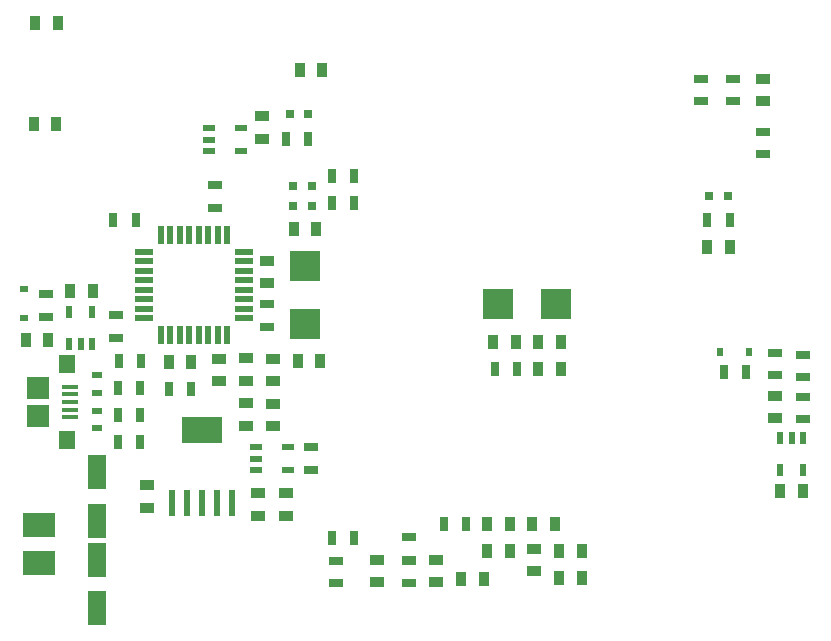
<source format=gtp>
G04*
G04 #@! TF.GenerationSoftware,Altium Limited,Altium Designer,20.1.14 (287)*
G04*
G04 Layer_Color=8421504*
%FSLAX44Y44*%
%MOMM*%
G71*
G04*
G04 #@! TF.SameCoordinates,7BFD3521-CE32-4739-868A-3B6082625FC7*
G04*
G04*
G04 #@! TF.FilePolarity,Positive*
G04*
G01*
G75*
%ADD14R,1.3000X0.9000*%
%ADD15R,0.9000X1.3000*%
%ADD16R,3.5000X2.2000*%
%ADD17R,0.6000X2.2000*%
%ADD18R,2.7000X2.0000*%
%ADD19R,2.5000X2.6000*%
%ADD20R,2.6000X2.5000*%
%ADD21R,1.1000X0.6000*%
%ADD22R,0.6000X1.1000*%
%ADD23R,1.6000X3.0000*%
%ADD24R,0.8000X0.8000*%
%ADD25R,1.4000X1.6000*%
%ADD26R,1.9000X1.9000*%
%ADD27R,1.3500X0.4000*%
%ADD28R,1.5000X0.5500*%
%ADD29R,0.5500X1.5000*%
%ADD30R,0.6858X0.5588*%
%ADD31R,0.5588X0.6858*%
%ADD32R,1.3000X0.7000*%
%ADD33R,0.7000X1.3000*%
%ADD34R,0.9000X0.6000*%
D14*
X198000Y181000D02*
D03*
Y200000D02*
D03*
X442000Y57500D02*
D03*
Y76500D02*
D03*
X198000Y238000D02*
D03*
Y219000D02*
D03*
X216000Y301500D02*
D03*
Y320500D02*
D03*
X175000Y237500D02*
D03*
Y218500D02*
D03*
X636000Y474500D02*
D03*
Y455500D02*
D03*
X309000Y48500D02*
D03*
Y67500D02*
D03*
X359000Y48500D02*
D03*
Y67500D02*
D03*
X211750Y424000D02*
D03*
Y443000D02*
D03*
X221000Y180500D02*
D03*
Y199500D02*
D03*
X646000Y206000D02*
D03*
Y187000D02*
D03*
X232000Y104500D02*
D03*
Y123500D02*
D03*
X221000Y218500D02*
D03*
Y237500D02*
D03*
X114000Y130500D02*
D03*
Y111500D02*
D03*
X208000Y123500D02*
D03*
Y104500D02*
D03*
D15*
X463500Y52000D02*
D03*
X482500D02*
D03*
X18500Y436000D02*
D03*
X37500D02*
D03*
X399500Y51000D02*
D03*
X380500D02*
D03*
X19500Y522000D02*
D03*
X38500D02*
D03*
X464500Y229000D02*
D03*
X445500D02*
D03*
X421500Y98000D02*
D03*
X402500D02*
D03*
X440500D02*
D03*
X459500D02*
D03*
X650500Y125500D02*
D03*
X669500D02*
D03*
X49500Y295000D02*
D03*
X68500D02*
D03*
X30500Y253500D02*
D03*
X11500D02*
D03*
X238500Y347000D02*
D03*
X257500D02*
D03*
X242000Y236000D02*
D03*
X261000D02*
D03*
X426500Y252000D02*
D03*
X407500D02*
D03*
X464500D02*
D03*
X445500D02*
D03*
X132500Y235000D02*
D03*
X151500D02*
D03*
X463500Y75000D02*
D03*
X482500D02*
D03*
X262500Y482000D02*
D03*
X243500D02*
D03*
X402500Y75000D02*
D03*
X421500D02*
D03*
X588500Y332000D02*
D03*
X607500D02*
D03*
D16*
X161000Y177000D02*
D03*
D17*
X186400Y115000D02*
D03*
X173700D02*
D03*
X161000D02*
D03*
X148300D02*
D03*
X135600D02*
D03*
D18*
X23000Y65000D02*
D03*
Y97000D02*
D03*
D19*
X460500Y284000D02*
D03*
X411500D02*
D03*
D20*
X248000Y267000D02*
D03*
Y316000D02*
D03*
D21*
X193500Y413500D02*
D03*
Y432500D02*
D03*
X166500Y413500D02*
D03*
Y423000D02*
D03*
Y432500D02*
D03*
X233500Y143500D02*
D03*
Y162500D02*
D03*
X206500Y143500D02*
D03*
Y153000D02*
D03*
Y162500D02*
D03*
D22*
X67500Y276750D02*
D03*
X48500D02*
D03*
X67500Y249750D02*
D03*
X58000D02*
D03*
X48500D02*
D03*
X650500Y143750D02*
D03*
X669500D02*
D03*
X650500Y170750D02*
D03*
X660000D02*
D03*
X669500D02*
D03*
D23*
X72000Y100500D02*
D03*
Y141500D02*
D03*
Y26500D02*
D03*
Y67500D02*
D03*
D24*
X590000Y375000D02*
D03*
X606000D02*
D03*
X235000Y444500D02*
D03*
X251000D02*
D03*
X238000Y384000D02*
D03*
X254000D02*
D03*
X238000Y367000D02*
D03*
X254000D02*
D03*
D25*
X46495Y169000D02*
D03*
X46505Y233000D02*
D03*
D26*
X21995Y189000D02*
D03*
Y213000D02*
D03*
D27*
X48745Y188000D02*
D03*
Y194500D02*
D03*
Y201000D02*
D03*
Y207500D02*
D03*
Y214000D02*
D03*
D28*
X196000Y272000D02*
D03*
Y280000D02*
D03*
Y288000D02*
D03*
Y296000D02*
D03*
Y304000D02*
D03*
Y312000D02*
D03*
Y320000D02*
D03*
Y328000D02*
D03*
X112000D02*
D03*
Y320000D02*
D03*
Y312000D02*
D03*
Y304000D02*
D03*
Y296000D02*
D03*
Y288000D02*
D03*
Y280000D02*
D03*
Y272000D02*
D03*
D29*
X182000Y342000D02*
D03*
X174000D02*
D03*
X166000D02*
D03*
X158000D02*
D03*
X150000D02*
D03*
X142000D02*
D03*
X134000D02*
D03*
X126000D02*
D03*
Y258000D02*
D03*
X134000D02*
D03*
X142000D02*
D03*
X150000D02*
D03*
X158000D02*
D03*
X166000D02*
D03*
X174000D02*
D03*
X182000D02*
D03*
D30*
X10000Y271808D02*
D03*
Y296192D02*
D03*
D31*
X624192Y243000D02*
D03*
X599808D02*
D03*
D32*
X172000Y384500D02*
D03*
Y365500D02*
D03*
X88000Y255500D02*
D03*
Y274500D02*
D03*
X216000Y283500D02*
D03*
Y264500D02*
D03*
X610500Y474500D02*
D03*
Y455500D02*
D03*
X583750Y474500D02*
D03*
Y455500D02*
D03*
X636000Y429500D02*
D03*
Y410500D02*
D03*
X670000Y205500D02*
D03*
Y186500D02*
D03*
X29000Y292250D02*
D03*
Y273250D02*
D03*
X670000Y222000D02*
D03*
Y241000D02*
D03*
X274000Y47500D02*
D03*
Y66500D02*
D03*
X253000Y162500D02*
D03*
Y143500D02*
D03*
X646000Y223500D02*
D03*
Y242500D02*
D03*
X336000Y67500D02*
D03*
Y86500D02*
D03*
Y47500D02*
D03*
Y66500D02*
D03*
D33*
X289500Y392250D02*
D03*
X270500D02*
D03*
X289750Y369750D02*
D03*
X270750D02*
D03*
X85750Y355000D02*
D03*
X104750D02*
D03*
X108500Y213000D02*
D03*
X89500D02*
D03*
X108500Y190000D02*
D03*
X89500D02*
D03*
X89500Y167000D02*
D03*
X108500D02*
D03*
X365500Y98000D02*
D03*
X384500D02*
D03*
X621500Y226000D02*
D03*
X602500D02*
D03*
X232000Y424000D02*
D03*
X251000D02*
D03*
X408500Y229000D02*
D03*
X427500D02*
D03*
X607500Y355000D02*
D03*
X588500D02*
D03*
X90500Y236000D02*
D03*
X109500D02*
D03*
X270500Y86000D02*
D03*
X289500D02*
D03*
X151500Y212000D02*
D03*
X132500D02*
D03*
D34*
X72000Y208500D02*
D03*
Y223500D02*
D03*
Y178500D02*
D03*
Y193500D02*
D03*
M02*

</source>
